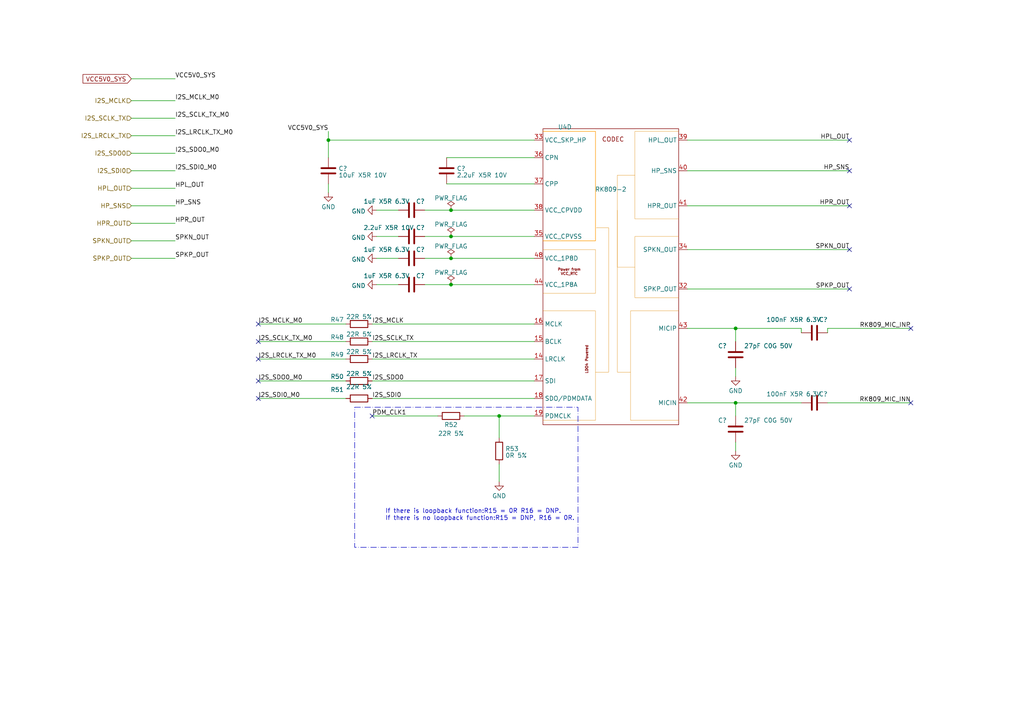
<source format=kicad_sch>
(kicad_sch (version 20230121) (generator eeschema)
  (paper "A4")
  (title_block (title "Leaf RV1126 RK809 Codec") (date "2023-02-25") (rev "1") (company "Qingdao IotPi Information Technology"))
  (lib_symbols
    (symbol "CPU_Rockchip:RK809"
      (property "Reference" "U" (at -13.97 29.21 0))
      (property "Value" "RK809" (at 0 -8.89 0))
      (symbol "RK809_1_1"
        (rectangle (start -15.24 26.67) (end 16.51 -42.926))
        (polyline (pts (xy 16.51 17.78) (xy 5.08 17.78) (xy 5.08 -5.08) (xy 16.51 -5.08)) (stroke (width 0.0508) (color 221 133 0 1)))
        (text "Gas Gauge" (at 6.604 2.032 900) (effects (font (size 0.762 0.762))))
        (text "Management" (at 0 24.13 0) (effects (font (size 1.27 1.27))))
        (pin input line (at -17.78 -5.08 0) (length 2.54) (name "SCL") (number "1"))
        (pin bidirectional line (at -17.78 -8.89 0) (length 2.54) (name "SDA") (number "2"))
        (pin power_in line (at 19.05 21.59 180) (length 2.54) (name "VCC_RTC") (number "45"))
        (pin input line (at -17.78 22.86 0) (length 2.54) (name "VREF") (number "46"))
        (pin input line (at -17.78 19.05 0) (length 2.54) (name "GNDREF") (number "47"))
        (pin input line (at -17.78 -20.32 0) (length 2.54) (name "SLEEP") (number "49"))
        (pin input line (at -17.78 8.89 0) (length 2.54) (name "XIN") (number "50"))
        (pin output line (at -17.78 1.27 0) (length 2.54) (name "XOUT") (number "51"))
        (pin input line (at 19.05 -31.75 180) (length 2.54) (name "PWRON") (number "52"))
        (pin input line (at 19.05 12.7 180) (length 2.54) (name "BATDIV") (number "56"))
        (pin input line (at 19.05 -10.16 180) (length 2.54) (name "EXT_EN") (number "60"))
        (pin input line (at 19.05 -22.86 180) (length 2.54) (name "VDC") (number "61"))
        (pin input line (at 19.05 6.35 180) (length 2.54) (name "SNSP") (number "62"))
        (pin input line (at 19.05 -1.27 180) (length 2.54) (name "SNSN") (number "63"))
        (pin bidirectional line (at -17.78 -31.75 0) (length 2.54) (name "RESETB") (number "67"))
        (pin output line (at -17.78 -26.67 0) (length 2.54) (name "CLK32K") (number "68"))
        (pin power_in line (at -17.78 13.97 0) (length 2.54) (name "ePAD") (number "69"))
        (pin output line (at -17.78 -13.97 0) (length 2.54) (name "INT") (number "7"))
      )
      (symbol "RK809_2_1"
        (rectangle (start -10.16 33.02) (end 20.32 -90.17))
        (polyline (pts (xy 5.08 -86.36) (xy -3.81 -86.36)) (stroke (width 0.0508) (color 221 133 0 1)))
        (polyline (pts (xy 6.35 -63.5) (xy -3.81 -63.5)) (stroke (width 0.0508) (color 221 133 0 1)))
        (polyline (pts (xy 6.35 -33.02) (xy -3.81 -33.02)) (stroke (width 0.0508) (color 221 133 0 1)))
        (polyline (pts (xy 6.35 -2.54) (xy -3.81 -2.54)) (stroke (width 0.0508) (color 221 133 0 1)))
        (polyline (pts (xy 6.35 25.4) (xy -3.81 25.4)) (stroke (width 0.0508) (color 221 133 0 1)))
        (polyline (pts (xy 6.35 -77.47) (xy 1.27 -77.47) (xy 1.27 -86.36)) (stroke (width 0.0508) (color 221 133 0 1)))
        (polyline (pts (xy 6.35 -50.8) (xy 1.27 -50.8) (xy 1.27 -39.37)) (stroke (width 0.0508) (color 221 133 0 1)))
        (polyline (pts (xy 6.35 -41.91) (xy 1.27 -41.91) (xy 1.27 -33.02)) (stroke (width 0.0508) (color 221 133 0 1)))
        (polyline (pts (xy 6.35 -20.32) (xy 1.27 -20.32) (xy 1.27 -8.89)) (stroke (width 0.0508) (color 221 133 0 1)))
        (polyline (pts (xy 6.35 -11.43) (xy 1.27 -11.43) (xy 1.27 -2.54)) (stroke (width 0.0508) (color 221 133 0 1)))
        (polyline (pts (xy 6.35 10.16) (xy 1.27 10.16) (xy 1.27 20.32)) (stroke (width 0.0508) (color 221 133 0 1)))
        (polyline (pts (xy 6.35 17.78) (xy 1.27 17.78) (xy 1.27 25.4)) (stroke (width 0.0508) (color 221 133 0 1)))
        (rectangle (start 5.08 -81.28) (end 20.32 -89.154) (stroke (width 0.0508) (color 221 133 0 1)))
        (rectangle (start 6.35 -74.93) (end 20.32 -78.74) (stroke (width 0.0508) (color 221 133 0 1)))
        (rectangle (start 6.35 -60.96) (end 20.32 -64.77) (stroke (width 0.0508) (color 221 133 0 1)))
        (rectangle (start 6.35 -48.26) (end 20.32 -52.07) (stroke (width 0.0508) (color 221 133 0 1)))
        (rectangle (start 6.35 -39.37) (end 20.32 -43.18) (stroke (width 0.0508) (color 221 133 0 1)))
        (rectangle (start 6.35 -30.48) (end 20.32 -34.29) (stroke (width 0.0508) (color 221 133 0 1)))
        (rectangle (start 6.35 -19.05) (end 20.32 -22.86) (stroke (width 0.0508) (color 221 133 0 1)))
        (rectangle (start 6.35 -10.16) (end 20.32 -13.97) (stroke (width 0.0508) (color 221 133 0 1)))
        (rectangle (start 6.35 0) (end 20.32 -3.81) (stroke (width 0.0508) (color 221 133 0 1)))
        (rectangle (start 6.35 11.43) (end 20.447 7.62) (stroke (width 0.0508) (color 221 133 0 1)))
        (rectangle (start 6.35 20.32) (end 20.447 16.51) (stroke (width 0.0508) (color 221 133 0 1)))
        (rectangle (start 6.35 27.94) (end 20.32 24.13) (stroke (width 0.0508) (color 221 133 0 1)))
        (text "100mA" (at 11.43 8.89 0) (effects (font (size 1.27 1.27))))
        (text "2.1A" (at 8.89 -77.47 0) (effects (font (size 1.27 1.27))))
        (text "2.1A" (at 8.89 -63.5 0) (effects (font (size 1.27 1.27))))
        (text "400mA" (at 11.43 -50.8 0) (effects (font (size 1.27 1.27))))
        (text "400mA" (at 11.43 -41.91 0) (effects (font (size 1.27 1.27))))
        (text "400mA" (at 11.43 -33.02 0) (effects (font (size 1.27 1.27))))
        (text "400mA" (at 11.43 -21.59 0) (effects (font (size 1.27 1.27))))
        (text "400mA" (at 11.43 -12.7 0) (effects (font (size 1.27 1.27))))
        (text "400mA" (at 11.43 -2.54 0) (effects (font (size 1.27 1.27))))
        (text "400mA" (at 11.43 17.78 0) (effects (font (size 1.27 1.27))))
        (text "400mA" (at 11.43 25.4 0) (effects (font (size 1.27 1.27))))
        (text "400mA LDO: \n400mA@V_{in} > 3V\n200mA@V_{in} > 2V" (at -3.175 29.845 0) (effects (font (size 0.762 0.762))))
        (text "BUCK5\n1.5V-3.6V\n2.5A" (at 5.842 -84.074 0) (effects (font (size 0.762 0.762)) (justify left)))
        (text "Codec V_{ddio}" (at 13.97 -1.27 0) (effects (font (size 0.762 0.762))))
        (text "LDO" (at 6.096 30.48 0) (effects (font (size 1.27 1.27))))
        (text "Low noise" (at 13.97 10.16 0) (effects (font (size 0.762 0.762))))
        (text "VCC8/9\n2.7V-5.5V" (at -7.874 -76.454 0) (effects (font (size 0.762 0.762)) (justify left)))
        (pin power_out line (at 22.86 8.89 180) (length 2.54) (name "LDO3") (number "20"))
        (pin power_out line (at 22.86 17.78 180) (length 2.54) (name "LDO2") (number "21"))
        (pin power_in line (at -12.7 25.4 0) (length 2.54) (name "VCC5") (number "22"))
        (pin power_out line (at 22.86 25.4 180) (length 2.54) (name "LDO1") (number "23"))
        (pin power_out line (at 22.86 -2.54 180) (length 2.54) (name "LDO4") (number "28"))
        (pin power_out line (at 22.86 -12.7 180) (length 2.54) (name "LDO5") (number "29"))
        (pin power_out line (at 22.86 -33.02 180) (length 2.54) (name "LDO7") (number "3"))
        (pin power_in line (at -12.7 -2.54 0) (length 2.54) (name "VCC6") (number "30"))
        (pin power_out line (at 22.86 -21.59 180) (length 2.54) (name "LDO6") (number "31"))
        (pin power_in line (at -12.7 -33.02 0) (length 2.54) (name "VCC7") (number "4"))
        (pin power_out line (at 22.86 -41.91 180) (length 2.54) (name "LDO8") (number "5"))
        (pin power_out line (at 22.86 -83.82 180) (length 2.54) (name "SW5") (number "53"))
        (pin power_in line (at -12.7 -86.36 0) (length 2.54) (name "VCC9") (number "54"))
        (pin power_out line (at 22.86 -77.47 180) (length 2.54) (name "SWOUT1") (number "55"))
        (pin power_in line (at -12.7 -63.5 0) (length 2.54) (name "VCC8") (number "57"))
        (pin power_out line (at 22.86 -63.5 180) (length 2.54) (name "SWOUT2") (number "58"))
        (pin input line (at 22.86 -87.63 180) (length 2.54) (name "FB5") (number "59"))
        (pin power_out line (at 22.86 -50.8 180) (length 2.54) (name "LDO9") (number "6"))
      )
      (symbol "RK809_3_1"
        (rectangle (start -15.24 26.67) (end 15.24 -33.02))
        (polyline (pts (xy -14.224 -1.524) (xy 15.748 -1.524)) (stroke (width 0.0508) (color 221 133 0 1)))
        (polyline (pts (xy 0 10.16) (xy 0 -14.732)) (stroke (width 0.0508) (color 221 133 0 1)))
        (text "BUCK1\n2.5A\n0.5-2.4V" (at -6.35 7.62 0) (effects (font (size 0.762 0.762)) (justify left)))
        (text "BUCK2\n2.5A\n0.5-2.4V" (at -6.35 -10.16 0) (effects (font (size 0.762 0.762)) (justify left)))
        (text "BUCK3\n1.5A\n0.5-2.4V\nFB3=0.8V" (at 1.27 -10.16 0) (effects (font (size 0.762 0.762)) (justify left)))
        (text "BUCK4\n1.5A\n0.5-3.4V" (at 1.27 7.62 0) (effects (font (size 0.762 0.762)) (justify left)))
        (text "DCDC" (at 0 24.13 0) (effects (font (size 1.27 1.27))))
        (pin power_in line (at -17.78 -11.43 0) (length 2.54) (name "VCC2") (number "10"))
        (pin power_in line (at -17.78 24.13 0) (length 2.54) (name "VCC1") (number "11"))
        (pin power_out line (at -17.78 15.24 0) (length 2.54) (name "SW1") (number "12"))
        (pin input line (at -17.78 6.35 0) (length 2.54) (name "FB1") (number "13"))
        (pin power_in line (at 17.78 -1.27 180) (length 2.54) (name "VCC3") (number "24"))
        (pin output line (at 17.78 -11.43 180) (length 2.54) (name "SW3") (number "25"))
        (pin power_out line (at 17.78 -22.86 180) (length 2.54) (name "VBUCK3") (number "26"))
        (pin input line (at 17.78 -31.75 180) (length 2.54) (name "FB3") (number "27"))
        (pin input line (at 17.78 6.35 180) (length 2.54) (name "FB4") (number "64"))
        (pin power_out line (at 17.78 15.24 180) (length 2.54) (name "SW4") (number "65"))
        (pin power_in line (at 17.78 24.13 180) (length 2.54) (name "VCC4") (number "66"))
        (pin input line (at -17.78 -31.75 0) (length 2.54) (name "FB2") (number "8"))
        (pin power_out line (at -17.78 -22.86 0) (length 2.54) (name "SW2") (number "9"))
      )
      (symbol "RK809_4_1"
        (rectangle (start -19.05 28.702) (end 20.32 -57.15))
        (polyline (pts (xy 2.54 5.08) (xy 2.54 -41.91) (xy 6.35 -41.91)) (stroke (width 0.0508) (color 221 133 0 1)))
        (polyline (pts (xy -19.05 -24.13) (xy -3.81 -24.13) (xy -3.81 -55.88) (xy -19.05 -55.88)) (stroke (width 0.0508) (color 221 133 0 1)))
        (polyline (pts (xy -19.05 -6.35) (xy -3.81 -6.35) (xy -3.81 -19.05) (xy -19.05 -19.05)) (stroke (width 0.0508) (color 221 133 0 1)))
        (polyline (pts (xy -19.05 27.94) (xy -3.81 27.94) (xy -3.81 -3.81) (xy -19.05 -3.81)) (stroke (width 0) (color 255 153 0 1)))
        (polyline (pts (xy -3.556 0) (xy 0 0) (xy 0 -41.91) (xy -3.81 -41.91)) (stroke (width 0.0508) (color 221 133 0 1)))
        (polyline (pts (xy 7.62 15.24) (xy 2.54 15.24) (xy 2.54 -11.43) (xy 7.62 -11.43)) (stroke (width 0.0508) (color 221 133 0 1)))
        (polyline (pts (xy 20.32 -24.13) (xy 6.35 -24.13) (xy 6.35 -55.88) (xy 20.32 -55.88)) (stroke (width 0.0508) (color 221 133 0 1)))
        (polyline (pts (xy 20.32 -2.54) (xy 7.62 -2.54) (xy 7.62 -20.32) (xy 20.32 -20.32)) (stroke (width 0.0508) (color 221 133 0 1)))
        (polyline (pts (xy 20.32 27.94) (xy 7.62 27.94) (xy 7.62 2.54) (xy 20.32 2.54)) (stroke (width 0.0508) (color 221 133 0 1)))
        (text "CODEC" (at 1.27 25.654 0) (effects (font (size 1.27 1.27))))
        (text "LDO4 Powered" (at -6.35 -38.1 900) (effects (font (size 0.762 0.762))))
        (text "Power from\nVCC_RTC" (at -11.43 -12.7 0) (effects (font (size 0.762 0.762))))
        (pin input line (at -21.59 -38.1 0) (length 2.54) (name "LRCLK") (number "14"))
        (pin input line (at -21.59 -33.02 0) (length 2.54) (name "BCLK") (number "15"))
        (pin input line (at -21.59 -27.94 0) (length 2.54) (name "MCLK") (number "16"))
        (pin input line (at -21.59 -44.45 0) (length 2.54) (name "SDI") (number "17"))
        (pin output line (at -21.59 -49.53 0) (length 2.54) (name "SDO/PDMDATA") (number "18"))
        (pin input line (at -21.59 -54.61 0) (length 2.54) (name "PDMCLK") (number "19"))
        (pin output line (at 22.86 -17.78 180) (length 2.54) (name "SPKP_OUT") (number "32"))
        (pin power_in line (at -21.59 25.4 0) (length 2.54) (name "VCC_SKP_HP") (number "33"))
        (pin output line (at 22.86 -6.35 180) (length 2.54) (name "SPKN_OUT") (number "34"))
        (pin power_in line (at -21.59 -2.54 0) (length 2.54) (name "VCC_CPVSS") (number "35"))
        (pin output line (at -21.59 20.32 0) (length 2.54) (name "CPN") (number "36"))
        (pin output line (at -21.59 12.7 0) (length 2.54) (name "CPP") (number "37"))
        (pin power_in line (at -21.59 5.08 0) (length 2.54) (name "VCC_CPVDD") (number "38"))
        (pin output line (at 22.86 25.4 180) (length 2.54) (name "HPL_OUT") (number "39"))
        (pin power_in line (at 22.86 16.51 180) (length 2.54) (name "HP_SNS") (number "40"))
        (pin output line (at 22.86 6.35 180) (length 2.54) (name "HPR_OUT") (number "41"))
        (pin input line (at 22.86 -50.8 180) (length 2.54) (name "MICIN") (number "42"))
        (pin input line (at 22.86 -29.21 180) (length 2.54) (name "MICIP") (number "43"))
        (pin power_in line (at -21.59 -16.51 0) (length 2.54) (name "VCC_1P8A") (number "44"))
        (pin power_in line (at -21.59 -8.89 0) (length 2.54) (name "VCC_1P8D") (number "48"))
      )
    )
    (symbol "Device:C" (pin_numbers hide) (pin_names (offset 0.254))
      (property "Reference" "C" (at 0.635 2.54 0))
      (property "Value" "C" (at 0.635 -2.54 0))
      (symbol "C_0_1"
        (polyline (pts (xy -2.032 -0.762) (xy 2.032 -0.762)) (stroke (width 0.508)))
        (polyline (pts (xy -2.032 0.762) (xy 2.032 0.762)) (stroke (width 0.508)))
      )
      (symbol "C_1_1"
        (pin passive line (at 0 3.81 270) (length 2.794) (name "~") (number "1"))
        (pin passive line (at 0 -3.81 90) (length 2.794) (name "~") (number "2"))
      )
    )
    (symbol "Device:R" (pin_numbers hide) (pin_names (offset 0))
      (property "Reference" "R" (at 2.032 0 90))
      (property "Value" "R" (at 0 0 90))
      (symbol "R_0_1"
        (rectangle (start -1.016 -2.54) (end 1.016 2.54) (stroke (width 0.254)))
      )
      (symbol "R_1_1"
        (pin passive line (at 0 3.81 270) (length 1.27) (name "~") (number "1"))
        (pin passive line (at 0 -3.81 90) (length 1.27) (name "~") (number "2"))
      )
    )
    (symbol "power:GND" (power) (pin_names (offset 0))
      (property "Value" "GND" (at 0 -3.81 0))
      (symbol "GND_0_1"
        (polyline (pts (xy 0 0) (xy 0 -1.27) (xy 1.27 -1.27) (xy 0 -2.54) (xy -1.27 -1.27) (xy 0 -1.27)))
      )
      (symbol "GND_1_1"
        (pin power_in line (at 0 0 270) (length 0) hide (name "GND") (number "1"))
      )
    )
    (symbol "power:PWR_FLAG" (power) (pin_numbers hide) (pin_names (offset 0) hide)
      (property "Value" "PWR_FLAG" (at 0 3.81 0))
      (symbol "PWR_FLAG_0_0"
        (pin power_out line (at 0 0 90) (length 0) (name "pwr") (number "1"))
      )
      (symbol "PWR_FLAG_0_1"
        (polyline (pts (xy 0 0) (xy 0 1.27) (xy -1.016 1.905) (xy 0 2.54) (xy 1.016 1.905) (xy 0 1.27)))
      )
    )
  )
  (junction (at 95.25 40.64))
  (junction (at 144.78 120.65))
  (junction (at 130.81 74.93))
  (junction (at 130.81 82.55))
  (junction (at 213.36 95.25))
  (junction (at 213.36 116.84))
  (junction (at 130.81 68.58))
  (junction (at 130.81 60.96))
  (no_connect (at 246.38 49.53))
  (no_connect (at 74.93 115.57))
  (no_connect (at 74.93 104.14))
  (no_connect (at 264.16 95.25))
  (no_connect (at 107.95 120.65))
  (no_connect (at 74.93 99.06))
  (no_connect (at 246.38 72.39))
  (no_connect (at 74.93 93.98))
  (no_connect (at 246.38 40.64))
  (no_connect (at 246.38 59.69))
  (no_connect (at 74.93 110.49))
  (no_connect (at 246.38 83.82))
  (no_connect (at 264.16 116.84))
  (wire (pts (xy 213.36 116.84) (xy 213.36 120.65)))
  (wire (pts (xy 123.19 74.93) (xy 130.81 74.93)))
  (wire (pts (xy 38.1 22.86) (xy 50.8 22.86)))
  (wire (pts (xy 38.1 69.85) (xy 50.8 69.85)))
  (wire (pts (xy 123.19 68.58) (xy 130.81 68.58)))
  (wire (pts (xy 129.54 53.34) (xy 154.94 53.34)))
  (wire (pts (xy 38.1 34.29) (xy 50.8 34.29)))
  (wire (pts (xy 246.38 83.82) (xy 199.39 83.82)))
  (wire (pts (xy 38.1 39.37) (xy 50.8 39.37)))
  (wire (pts (xy 240.03 116.84) (xy 264.16 116.84)))
  (wire (pts (xy 213.36 95.25) (xy 213.36 99.06)))
  (wire (pts (xy 38.1 74.93) (xy 50.8 74.93)))
  (wire (pts (xy 130.81 68.58) (xy 154.94 68.58)))
  (wire (pts (xy 74.93 110.49) (xy 100.33 110.49)))
  (wire (pts (xy 246.38 49.53) (xy 199.39 49.53)))
  (wire (pts (xy 38.1 44.45) (xy 50.8 44.45)))
  (wire (pts (xy 144.78 120.65) (xy 154.94 120.65)))
  (wire (pts (xy 74.93 115.57) (xy 100.33 115.57)))
  (wire (pts (xy 95.25 38.1) (xy 95.25 40.64)))
  (wire (pts (xy 213.36 116.84) (xy 232.41 116.84)))
  (wire (pts (xy 107.95 110.49) (xy 154.94 110.49)))
  (wire (pts (xy 107.95 115.57) (xy 154.94 115.57)))
  (wire (pts (xy 240.03 95.25) (xy 264.16 95.25)))
  (wire (pts (xy 38.1 64.77) (xy 50.8 64.77)))
  (wire (pts (xy 74.93 99.06) (xy 100.33 99.06)))
  (wire (pts (xy 115.57 74.93) (xy 109.22 74.93)))
  (wire (pts (xy 130.81 60.96) (xy 154.94 60.96)))
  (wire (pts (xy 213.36 128.27) (xy 213.36 130.81)))
  (wire (pts (xy 115.57 82.55) (xy 109.22 82.55)))
  (wire (pts (xy 130.81 82.55) (xy 154.94 82.55)))
  (wire (pts (xy 38.1 29.21) (xy 50.8 29.21)))
  (wire (pts (xy 246.38 59.69) (xy 199.39 59.69)))
  (wire (pts (xy 199.39 116.84) (xy 213.36 116.84)))
  (wire (pts (xy 123.19 60.96) (xy 130.81 60.96)))
  (wire (pts (xy 74.93 93.98) (xy 100.33 93.98)))
  (wire (pts (xy 144.78 134.62) (xy 144.78 139.7)))
  (wire (pts (xy 213.36 106.68) (xy 213.36 109.22)))
  (wire (pts (xy 38.1 59.69) (xy 50.8 59.69)))
  (wire (pts (xy 107.95 93.98) (xy 154.94 93.98)))
  (wire (pts (xy 213.36 95.25) (xy 232.41 95.25)))
  (wire (pts (xy 123.19 82.55) (xy 130.81 82.55)))
  (wire (pts (xy 134.62 120.65) (xy 144.78 120.65)))
  (wire (pts (xy 74.93 104.14) (xy 100.33 104.14)))
  (wire (pts (xy 144.78 120.65) (xy 144.78 127)))
  (wire (pts (xy 95.25 53.34) (xy 95.25 55.88)))
  (wire (pts (xy 109.22 60.96) (xy 115.57 60.96)))
  (wire (pts (xy 107.95 99.06) (xy 154.94 99.06)))
  (wire (pts (xy 232.41 95.25) (xy 232.41 96.52)))
  (wire (pts (xy 115.57 68.58) (xy 109.22 68.58)))
  (wire (pts (xy 240.03 95.25) (xy 240.03 96.52)))
  (wire (pts (xy 38.1 49.53) (xy 50.8 49.53)))
  (wire (pts (xy 107.95 120.65) (xy 127 120.65)))
  (wire (pts (xy 246.38 72.39) (xy 199.39 72.39)))
  (wire (pts (xy 95.25 40.64) (xy 154.94 40.64)))
  (wire (pts (xy 246.38 40.64) (xy 199.39 40.64)))
  (wire (pts (xy 130.81 74.93) (xy 154.94 74.93)))
  (wire (pts (xy 95.25 40.64) (xy 95.25 45.72)))
  (wire (pts (xy 107.95 104.14) (xy 154.94 104.14)))
  (wire (pts (xy 129.54 45.72) (xy 154.94 45.72)))
  (wire (pts (xy 199.39 95.25) (xy 213.36 95.25)))
  (wire (pts (xy 38.1 54.61) (xy 50.8 54.61)))
  (rectangle (start 102.87 118.11) (end 167.64 158.75) (stroke (width 0) (type dash_dot)))
  (text "If there is loopback function:R15 = 0R R16 = DNP.\nIf there is no loopback function:R15 = DNP, R16 = 0R." (at 111.76 151.13 0) (effects (font (size 1.27 1.27)) (justify left bottom)))
  (label "PDM_CLK1" (at 107.95 120.65 0))
  (label "I2S_MCLK" (at 107.95 93.98 0))
  (label "SPKN_OUT" (at 246.38 72.39 180))
  (label "HP_SNS" (at 50.8 59.69 0))
  (label "HPL_OUT" (at 50.8 54.61 0))
  (label "I2S_SCLK_TX_M0" (at 50.8 34.29 0))
  (label "SPKP_OUT" (at 246.38 83.82 180))
  (label "HPL_OUT" (at 246.38 40.64 180))
  (label "HPR_OUT" (at 50.8 64.77 0))
  (label "VCC5V0_SYS" (at 95.25 38.1 180))
  (label "I2S_SDO0_M0" (at 74.93 110.49 0))
  (label "I2S_SDO0" (at 107.95 110.49 0))
  (label "HP_SNS" (at 246.38 49.53 180))
  (label "I2S_SDI0_M0" (at 74.93 115.57 0))
  (label "I2S_SCLK_TX_M0" (at 74.93 99.06 0))
  (label "I2S_MCLK_M0" (at 74.93 93.98 0))
  (label "I2S_LRCLK_TX_M0" (at 50.8 39.37 0))
  (label "I2S_SDI0_M0" (at 50.8 49.53 0))
  (label "RK809_MIC_INN" (at 264.16 116.84 180))
  (label "SPKP_OUT" (at 50.8 74.93 0))
  (label "I2S_MCLK_M0" (at 50.8 29.21 0))
  (label "VCC5V0_SYS" (at 50.8 22.86 0))
  (label "RK809_MIC_INP" (at 264.16 95.25 180))
  (label "I2S_LRCLK_TX_M0" (at 74.93 104.14 0))
  (label "I2S_SDI0" (at 107.95 115.57 0))
  (label "SPKN_OUT" (at 50.8 69.85 0))
  (label "I2S_LRCLK_TX" (at 107.95 104.14 0))
  (label "I2S_SCLK_TX" (at 107.95 99.06 0))
  (label "I2S_SDO0_M0" (at 50.8 44.45 0))
  (label "HPR_OUT" (at 246.38 59.69 180))
  (global_label "VCC5V0_SYS" (shape input) (at 38.1 22.86 180) (property "Intersheetrefs" "${INTERSHEET_REFS}" (effects hide)))
  (hierarchical_label "I2S_SCLK_TX" (shape input) (at 38.1 34.29 180))
  (hierarchical_label "I2S_LRCLK_TX" (shape input) (at 38.1 39.37 180))
  (hierarchical_label "SPKP_OUT" (shape input) (at 38.1 74.93 180))
  (hierarchical_label "I2S_SDI0" (shape input) (at 38.1 49.53 180))
  (hierarchical_label "I2S_MCLK" (shape input) (at 38.1 29.21 180))
  (hierarchical_label "SPKN_OUT" (shape input) (at 38.1 69.85 180))
  (hierarchical_label "HP_SNS" (shape input) (at 38.1 59.69 180))
  (hierarchical_label "HPR_OUT" (shape input) (at 38.1 64.77 180))
  (hierarchical_label "I2S_SDO0" (shape input) (at 38.1 44.45 180))
  (hierarchical_label "HPL_OUT" (shape input) (at 38.1 54.61 180))
  (symbol (lib_id "power:GND") (at 213.36 130.81 0) (unit 1)
    (property "Reference" "#PWR?" (effects hide))
    (property "Value" "GND" (at 213.36 134.9455 0))
    (instances (project "leaf" (path "" (reference "#PWR?") (unit 1)) (path "" (reference "#PWR0112") (unit 1))))
  )
  (symbol (lib_id "CPU_Rockchip:RK809") (at 176.53 66.04 0) (unit 4)
    (property "Reference" "U4" (at 163.83 36.83 0))
    (property "Value" "RK809-2" (at 177.165 54.9181 0))
    (property "Footprint" "Package_DFN_QFN:QFN-68-1EP_8x8mm_P0.4mm_EP6.4x6.4mm_ThermalVias" (effects hide))
  )
  (symbol (lib_id "power:GND") (at 144.78 139.7 0) (unit 1)
    (property "Reference" "#PWR?" (effects hide))
    (property "Value" "GND" (at 144.78 143.8355 0))
    (instances (project "leaf" (path "" (reference "#PWR?") (unit 1)) (path "" (reference "#PWR0110") (unit 1))))
  )
  (symbol (lib_id "power:GND") (at 109.22 74.93 270) (unit 1)
    (property "Reference" "#PWR?" (effects hide))
    (property "Value" "GND" (at 106.0451 75.2468 90) (effects (justify right)))
    (instances (project "leaf" (path "" (reference "#PWR?") (unit 1)) (path "" (reference "#PWR0108") (unit 1))))
  )
  (symbol (lib_id "power:PWR_FLAG") (at 130.81 68.58 0) (unit 1)
    (property "Reference" "#FLG014" (effects hide))
    (property "Value" "PWR_FLAG" (at 130.81 65.0781 0))
  )
  (symbol (lib_id "power:PWR_FLAG") (at 130.81 82.55 0) (unit 1)
    (property "Reference" "#FLG016" (effects hide))
    (property "Value" "PWR_FLAG" (at 130.81 79.0481 0))
  )
  (symbol (lib_id "Device:C") (at 236.22 116.84 270) (mirror x) (unit 1)
    (property "Reference" "C?" (at 237.49 114.3 90) (effects (justify left)))
    (property "Value" "100nF X5R 6.3V" (at 222.25 114.3 90) (effects (justify left)))
    (property "Footprint" "Capacitor_SMD:C_0201_0603Metric" (effects hide))
    (property "Description" "容值: 100nF 精度: ±10% 额定电压: 6.3V 材质(温度系数): X5R 材质:X5R" (effects hide))
    (property "Model" "GRM033R60J104KE19D" (effects hide))
    (property "Vendor" "muRata(村田)" (effects hide))
    (property "LCSC" "C76928" (effects hide))
    (instances (project "leaf" (path "" (reference "C?") (unit 1)) (path "" (reference "C103") (unit 1))))
  )
  (symbol (lib_id "power:PWR_FLAG") (at 130.81 60.96 0) (unit 1)
    (property "Reference" "#FLG011" (effects hide))
    (property "Value" "PWR_FLAG" (at 130.81 57.4581 0))
  )
  (symbol (lib_id "Device:C") (at 213.36 124.46 0) (mirror y) (unit 1)
    (property "Reference" "C?" (at 210.82 121.92 0) (effects (justify left)))
    (property "Value" "27pF C0G 50V" (at 229.87 121.92 0) (effects (justify left)))
    (property "Footprint" "Capacitor_SMD:C_0201_0603Metric" (effects hide))
    (property "Description" "容值: 27pF 精度: ±2% 额定电压: 50V 材质(温度系数): C0G 材质:C0G" (effects hide))
    (property "LCSC" "C384976" (effects hide))
    (property "Model" "GRM0335C1H270GA01D" (effects hide))
    (property "Vendor" "muRata(村田)" (effects hide))
    (instances (project "leaf" (path "" (reference "C?") (unit 1)) (path "" (reference "C101") (unit 1))))
  )
  (symbol (lib_id "Device:R") (at 104.14 110.49 90) (unit 1)
    (property "Reference" "R50" (at 97.79 109.22 90))
    (property "Value" "22R 5%" (at 104.14 108.3851 90))
    (property "Footprint" "Resistor_SMD:R_0402_1005Metric" (effects hide))
    (property "Description" "电阻类型: 厚膜电阻 阻值: 22.1Ω 精度: ±1% 功率: 1/16W 温度系数: ±100ppm/℃ 最大工作电压: 50V 工作温度" (effects hide))
    (property "LCSC" "C59651" (effects hide))
    (property "Model" "0402WGF221JTCE" (effects hide))
    (property "Vendor" "UNI-ROYAL(厚声)" (effects hide))
  )
  (symbol (lib_id "Device:R") (at 130.81 120.65 90) (unit 1)
    (property "Reference" "R52" (at 130.81 123.19 90))
    (property "Value" "22R 5%" (at 130.81 125.73 90))
    (property "Footprint" "Resistor_SMD:R_0402_1005Metric" (effects hide))
    (property "Description" "电阻类型: 厚膜电阻 阻值: 22.1Ω 精度: ±1% 功率: 1/16W 温度系数: ±100ppm/℃ 最大工作电压: 50V 工作温度" (effects hide))
    (property "LCSC" "C59651" (effects hide))
    (property "Model" "0402WGF221JTCE" (effects hide))
    (property "Vendor" "UNI-ROYAL(厚声)" (effects hide))
  )
  (symbol (lib_id "Device:C") (at 119.38 74.93 270) (mirror x) (unit 1)
    (property "Reference" "C?" (at 120.65 72.39 90) (effects (justify left)))
    (property "Value" "1uF X5R 6.3V" (at 105.41 72.39 90) (effects (justify left)))
    (property "Footprint" "Capacitor_SMD:C_0402_1005Metric" (effects hide))
    (property "Description" "容值: 1uF 精度: ±10% 额定电压: 6.3V 材质(温度系数): X5R 材质:X5R" (effects hide))
    (property "LCSC" "C15684" (effects hide))
    (property "Model" "GRM155R60J105KE19D" (effects hide))
    (property "Vendor" "muRata(村田)" (effects hide))
    (instances (project "leaf" (path "" (reference "C?") (unit 1)) (path "" (reference "C97") (unit 1))))
  )
  (symbol (lib_id "power:GND") (at 109.22 68.58 270) (unit 1)
    (property "Reference" "#PWR?" (effects hide))
    (property "Value" "GND" (at 106.0451 68.8968 90) (effects (justify right)))
    (instances (project "leaf" (path "" (reference "#PWR?") (unit 1)) (path "" (reference "#PWR0107") (unit 1))))
  )
  (symbol (lib_id "power:GND") (at 109.22 60.96 270) (unit 1)
    (property "Reference" "#PWR?" (effects hide))
    (property "Value" "GND" (at 106.0451 61.2768 90) (effects (justify right)))
    (instances (project "leaf" (path "" (reference "#PWR?") (unit 1)) (path "" (reference "#PWR0106") (unit 1))))
  )
  (symbol (lib_id "power:GND") (at 95.25 55.88 0) (unit 1)
    (property "Reference" "#PWR?" (effects hide))
    (property "Value" "GND" (at 95.25 60.0155 0))
    (instances (project "leaf" (path "" (reference "#PWR?") (unit 1)) (path "" (reference "#PWR0105") (unit 1))))
  )
  (symbol (lib_id "Device:C") (at 236.22 96.52 270) (mirror x) (unit 1)
    (property "Reference" "C?" (at 237.49 92.71 90) (effects (justify left)))
    (property "Value" "100nF X5R 6.3V" (at 222.25 92.71 90) (effects (justify left)))
    (property "Footprint" "Capacitor_SMD:C_0201_0603Metric" (effects hide))
    (property "Description" "容值: 100nF 精度: ±10% 额定电压: 6.3V 材质(温度系数): X5R 材质:X5R" (effects hide))
    (property "Model" "GRM033R60J104KE19D" (effects hide))
    (property "Vendor" "muRata(村田)" (effects hide))
    (property "LCSC" "C76928" (effects hide))
    (instances (project "leaf" (path "" (reference "C?") (unit 1)) (path "" (reference "C102") (unit 1))))
  )
  (symbol (lib_id "Device:C") (at 95.25 49.53 0) (unit 1)
    (property "Reference" "C?" (at 98.171 48.8863 0) (effects (justify left)))
    (property "Value" "10uF X5R 10V" (at 98.171 50.8073 0) (effects (justify left)))
    (property "Footprint" "Capacitor_SMD:C_0402_1005Metric" (effects hide))
    (property "Description" "容值: 10uF 精度: ±20% 额定电压: 10V 材质(温度系数): X5R 材质:X5R" (effects hide))
    (property "LCSC" "C77000" (effects hide))
    (property "Model" "GRM155R61A106ME44D" (effects hide))
    (property "Vendor" "muRata(村田)" (effects hide))
    (instances (project "leaf" (path "" (reference "C?") (unit 1)) (path "" (reference "C94") (unit 1))))
  )
  (symbol (lib_id "power:PWR_FLAG") (at 130.81 74.93 0) (unit 1)
    (property "Reference" "#FLG015" (effects hide))
    (property "Value" "PWR_FLAG" (at 130.81 71.4281 0))
  )
  (symbol (lib_id "Device:C") (at 129.54 49.53 0) (unit 1)
    (property "Reference" "C?" (at 132.461 48.8863 0) (effects (justify left)))
    (property "Value" "2.2uF X5R 10V" (at 132.461 50.8073 0) (effects (justify left)))
    (property "Footprint" "Capacitor_SMD:C_0402_1005Metric" (effects hide))
    (property "Description" "容值: 2.2uF 精度: ±10% 额定电压: 10V 材质(温度系数): X5R" (effects hide))
    (property "Model" "GRM155R61A225KE01D" (effects hide))
    (property "Vendor" "muRata(村田)" (effects hide))
    (instances (project "leaf" (path "" (reference "C?") (unit 1)) (path "" (reference "C99") (unit 1))))
  )
  (symbol (lib_id "Device:R") (at 104.14 93.98 90) (unit 1)
    (property "Reference" "R47" (at 97.79 92.71 90))
    (property "Value" "22R 5%" (at 104.14 91.8751 90))
    (property "Footprint" "Resistor_SMD:R_0402_1005Metric" (effects hide))
    (property "Description" "电阻类型: 厚膜电阻 阻值: 22.1Ω 精度: ±1% 功率: 1/16W 温度系数: ±100ppm/℃ 最大工作电压: 50V 工作温度" (effects hide))
    (property "LCSC" "C59651" (effects hide))
    (property "Model" "0402WGF221JTCE" (effects hide))
    (property "Vendor" "UNI-ROYAL(厚声)" (effects hide))
  )
  (symbol (lib_id "power:GND") (at 109.22 82.55 270) (unit 1)
    (property "Reference" "#PWR?" (effects hide))
    (property "Value" "GND" (at 106.0451 82.8668 90) (effects (justify right)))
    (instances (project "leaf" (path "" (reference "#PWR?") (unit 1)) (path "" (reference "#PWR0109") (unit 1))))
  )
  (symbol (lib_id "Device:C") (at 119.38 60.96 270) (mirror x) (unit 1)
    (property "Reference" "C?" (at 120.65 58.42 90) (effects (justify left)))
    (property "Value" "1uF X5R 6.3V" (at 105.41 58.42 90) (effects (justify left)))
    (property "Footprint" "Capacitor_SMD:C_0402_1005Metric" (effects hide))
    (property "Description" "容值: 1uF 精度: ±10% 额定电压: 6.3V 材质(温度系数): X5R 材质:X5R" (effects hide))
    (property "LCSC" "C15684" (effects hide))
    (property "Model" "GRM155R60J105KE19D" (effects hide))
    (property "Vendor" "muRata(村田)" (effects hide))
    (instances (project "leaf" (path "" (reference "C?") (unit 1)) (path "" (reference "C95") (unit 1))))
  )
  (symbol (lib_id "Device:C") (at 213.36 102.87 0) (mirror y) (unit 1)
    (property "Reference" "C?" (at 210.82 100.33 0) (effects (justify left)))
    (property "Value" "27pF C0G 50V" (at 229.87 100.33 0) (effects (justify left)))
    (property "Footprint" "Capacitor_SMD:C_0201_0603Metric" (effects hide))
    (property "Description" "容值: 27pF 精度: ±2% 额定电压: 50V 材质(温度系数): C0G 材质:C0G" (effects hide))
    (property "LCSC" "C384976" (effects hide))
    (property "Model" "GRM0335C1H270GA01D" (effects hide))
    (property "Vendor" "muRata(村田)" (effects hide))
    (instances (project "leaf" (path "" (reference "C?") (unit 1)) (path "" (reference "C100") (unit 1))))
  )
  (symbol (lib_id "Device:R") (at 104.14 99.06 90) (unit 1)
    (property "Reference" "R48" (at 97.79 97.79 90))
    (property "Value" "22R 5%" (at 104.14 96.9551 90))
    (property "Footprint" "Resistor_SMD:R_0402_1005Metric" (effects hide))
    (property "Description" "电阻类型: 厚膜电阻 阻值: 22.1Ω 精度: ±1% 功率: 1/16W 温度系数: ±100ppm/℃ 最大工作电压: 50V 工作温度" (effects hide))
    (property "LCSC" "C59651" (effects hide))
    (property "Model" "0402WGF221JTCE" (effects hide))
    (property "Vendor" "UNI-ROYAL(厚声)" (effects hide))
  )
  (symbol (lib_id "Device:C") (at 119.38 68.58 270) (mirror x) (unit 1)
    (property "Reference" "C?" (at 120.65 66.04 90) (effects (justify left)))
    (property "Value" "2.2uF X5R 10V" (at 105.41 66.04 90) (effects (justify left)))
    (property "Footprint" "Capacitor_SMD:C_0402_1005Metric" (effects hide))
    (property "Description" "容值: 2.2uF 精度: ±10% 额定电压: 10V 材质(温度系数): X5R" (effects hide))
    (property "Model" "GRM155R61A225KE01D" (effects hide))
    (property "Vendor" "muRata(村田)" (effects hide))
    (instances (project "leaf" (path "" (reference "C?") (unit 1)) (path "" (reference "C96") (unit 1))))
  )
  (symbol (lib_id "Device:R") (at 144.78 130.81 180) (unit 1)
    (property "Reference" "R53" (at 146.558 130.1663 0) (effects (justify right)))
    (property "Value" "0R 5%" (at 146.558 132.0873 0) (effects (justify right)))
    (property "Footprint" "Resistor_SMD:R_0402_1005Metric" (effects hide))
  )
  (symbol (lib_id "power:GND") (at 213.36 109.22 0) (unit 1)
    (property "Reference" "#PWR?" (effects hide))
    (property "Value" "GND" (at 213.36 113.3555 0))
    (instances (project "leaf" (path "" (reference "#PWR?") (unit 1)) (path "" (reference "#PWR0111") (unit 1))))
  )
  (symbol (lib_id "Device:R") (at 104.14 104.14 90) (unit 1)
    (property "Reference" "R49" (at 97.79 102.87 90))
    (property "Value" "22R 5%" (at 104.14 102.0351 90))
    (property "Footprint" "Resistor_SMD:R_0402_1005Metric" (effects hide))
    (property "Description" "电阻类型: 厚膜电阻 阻值: 22.1Ω 精度: ±1% 功率: 1/16W 温度系数: ±100ppm/℃ 最大工作电压: 50V 工作温度" (effects hide))
    (property "LCSC" "C59651" (effects hide))
    (property "Model" "0402WGF221JTCE" (effects hide))
    (property "Vendor" "UNI-ROYAL(厚声)" (effects hide))
  )
  (symbol (lib_id "Device:C") (at 119.38 82.55 270) (mirror x) (unit 1)
    (property "Reference" "C?" (at 120.65 80.01 90) (effects (justify left)))
    (property "Value" "1uF X5R 6.3V" (at 105.41 80.01 90) (effects (justify left)))
    (property "Footprint" "Capacitor_SMD:C_0402_1005Metric" (effects hide))
    (property "Description" "容值: 1uF 精度: ±10% 额定电压: 6.3V 材质(温度系数): X5R 材质:X5R" (effects hide))
    (property "LCSC" "C15684" (effects hide))
    (property "Model" "GRM155R60J105KE19D" (effects hide))
    (property "Vendor" "muRata(村田)" (effects hide))
    (instances (project "leaf" (path "" (reference "C?") (unit 1)) (path "" (reference "C98") (unit 1))))
  )
  (symbol (lib_id "Device:R") (at 104.14 115.57 90) (unit 1)
    (property "Reference" "R51" (at 97.79 113.03 90))
    (property "Value" "22R 5%" (at 104.14 112.1951 90))
    (property "Footprint" "Resistor_SMD:R_0402_1005Metric" (effects hide))
    (property "Description" "电阻类型: 厚膜电阻 阻值: 22.1Ω 精度: ±1% 功率: 1/16W 温度系数: ±100ppm/℃ 最大工作电压: 50V 工作温度" (effects hide))
    (property "LCSC" "C59651" (effects hide))
    (property "Model" "0402WGF221JTCE" (effects hide))
    (property "Vendor" "UNI-ROYAL(厚声)" (effects hide))
  )
)
</source>
